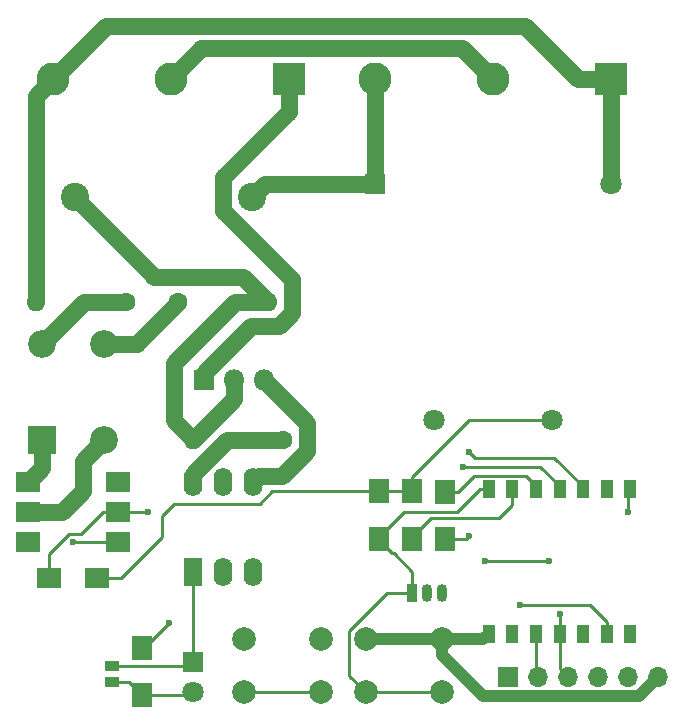
<source format=gtl>
G04 #@! TF.FileFunction,Copper,L1,Top,Signal*
%FSLAX46Y46*%
G04 Gerber Fmt 4.6, Leading zero omitted, Abs format (unit mm)*
G04 Created by KiCad (PCBNEW 4.0.7) date Sun Sep 17 21:26:38 2017*
%MOMM*%
%LPD*%
G01*
G04 APERTURE LIST*
%ADD10C,0.100000*%
%ADD11R,2.000000X1.780000*%
%ADD12R,1.700000X1.700000*%
%ADD13O,1.700000X1.700000*%
%ADD14C,2.800000*%
%ADD15R,2.800000X2.800000*%
%ADD16R,2.350000X2.350000*%
%ADD17C,2.350000*%
%ADD18R,1.800000X1.800000*%
%ADD19C,1.800000*%
%ADD20C,2.400000*%
%ADD21R,1.270000X0.970000*%
%ADD22O,0.900000X1.500000*%
%ADD23R,0.900000X1.500000*%
%ADD24R,1.700000X2.000000*%
%ADD25C,1.600000*%
%ADD26O,1.600000X1.600000*%
%ADD27R,2.000000X1.700000*%
%ADD28C,2.000000*%
%ADD29R,1.000000X1.500000*%
%ADD30R,1.600000X2.400000*%
%ADD31O,1.600000X2.400000*%
%ADD32O,1.800000X1.800000*%
%ADD33C,0.600000*%
%ADD34C,0.250000*%
%ADD35C,1.000000*%
%ADD36C,1.400000*%
%ADD37C,0.254000*%
G04 APERTURE END LIST*
D10*
D11*
X123445000Y-108315000D03*
X131065000Y-113395000D03*
X123445000Y-110855000D03*
X131065000Y-110855000D03*
X123445000Y-113395000D03*
X131065000Y-108315000D03*
D12*
X164085000Y-124825000D03*
D13*
X166625000Y-124825000D03*
X169165000Y-124825000D03*
X171705000Y-124825000D03*
X174245000Y-124825000D03*
X176785000Y-124825000D03*
D14*
X162815000Y-74175000D03*
D15*
X172815000Y-74175000D03*
D14*
X152815000Y-74175000D03*
D16*
X124655000Y-104795000D03*
D17*
X129855000Y-96595000D03*
X129855000Y-104795000D03*
X124655000Y-96595000D03*
D18*
X137415000Y-123555000D03*
D19*
X137415000Y-126095000D03*
D20*
X142375000Y-84185000D03*
X127375000Y-84185000D03*
D14*
X135510000Y-74175000D03*
D15*
X145510000Y-74175000D03*
D14*
X125510000Y-74175000D03*
D21*
X130557000Y-123931000D03*
X130557000Y-125211000D03*
D22*
X157227000Y-117713000D03*
X158497000Y-117713000D03*
D23*
X155957000Y-117713000D03*
D24*
X155957000Y-109109000D03*
X155957000Y-113109000D03*
X153163000Y-113109000D03*
X153163000Y-109109000D03*
X158751000Y-113141000D03*
X158751000Y-109141000D03*
D25*
X136144000Y-93075000D03*
D26*
X143764000Y-93075000D03*
D25*
X131700000Y-93075000D03*
D26*
X124080000Y-93075000D03*
D25*
X145035000Y-104725000D03*
D26*
X137415000Y-104725000D03*
D27*
X129255000Y-116443000D03*
X125255000Y-116443000D03*
D24*
X133097000Y-122349000D03*
X133097000Y-126349000D03*
D28*
X141710000Y-126095000D03*
X141710000Y-121595000D03*
X148210000Y-126095000D03*
X148210000Y-121595000D03*
X152020000Y-126095000D03*
X152020000Y-121595000D03*
X158520000Y-126095000D03*
X158520000Y-121595000D03*
D18*
X152815000Y-83075000D03*
D19*
X172815000Y-83075000D03*
X167815000Y-103075000D03*
X157815000Y-103075000D03*
D29*
X174435500Y-121150000D03*
X172436520Y-121150000D03*
X162439080Y-121150000D03*
X162439080Y-108950000D03*
X164438060Y-108950000D03*
X170435000Y-108950000D03*
X168438560Y-108950000D03*
X172436520Y-108950000D03*
X166439580Y-108950000D03*
X170435000Y-121150000D03*
X164438060Y-121150000D03*
X168438560Y-121150000D03*
X166439580Y-121150000D03*
X174435500Y-108950000D03*
D30*
X137415000Y-115935000D03*
D31*
X142495000Y-108315000D03*
X139955000Y-115935000D03*
X139955000Y-108315000D03*
X142495000Y-115935000D03*
X137415000Y-108315000D03*
D18*
X138303000Y-99695000D03*
D32*
X140843000Y-99695000D03*
X143383000Y-99695000D03*
D33*
X165101000Y-118729000D03*
X174245000Y-110855000D03*
X160783000Y-112887000D03*
X127255000Y-113395000D03*
X168466500Y-119491000D03*
X167514000Y-114982500D03*
X162116500Y-114982500D03*
X160783000Y-105775000D03*
X133605000Y-110855000D03*
X135366001Y-120269999D03*
X160275000Y-107045000D03*
D34*
X148210000Y-126095000D02*
X141710000Y-126095000D01*
X165101000Y-118729000D02*
X171015520Y-118729000D01*
X171015520Y-118729000D02*
X172436520Y-120150000D01*
X172436520Y-120150000D02*
X172436520Y-121150000D01*
X134748000Y-111172500D02*
X134748000Y-113014000D01*
X134748000Y-113014000D02*
X131319000Y-116443000D01*
X131319000Y-116443000D02*
X129255000Y-116443000D01*
X135764000Y-110156500D02*
X134748000Y-111172500D01*
X143068768Y-110156500D02*
X135764000Y-110156500D01*
X153163000Y-109109000D02*
X144116268Y-109109000D01*
X144116268Y-109109000D02*
X143068768Y-110156500D01*
X155957000Y-109109000D02*
X155957000Y-107859000D01*
X155957000Y-107859000D02*
X160741000Y-103075000D01*
X160741000Y-103075000D02*
X167815000Y-103075000D01*
X153163000Y-109109000D02*
X155957000Y-109109000D01*
X174245000Y-110855000D02*
X174245000Y-109140500D01*
X174245000Y-109140500D02*
X174435500Y-108950000D01*
D35*
X158520000Y-121595000D02*
X158520000Y-123009213D01*
X158520000Y-123009213D02*
X161939788Y-126429001D01*
X161939788Y-126429001D02*
X175180999Y-126429001D01*
X175180999Y-126429001D02*
X176785000Y-124825000D01*
X158520000Y-121595000D02*
X152020000Y-121595000D01*
X158520000Y-121595000D02*
X161994080Y-121595000D01*
X161994080Y-121595000D02*
X162439080Y-121150000D01*
D34*
X158751000Y-113141000D02*
X160529000Y-113141000D01*
X160529000Y-113141000D02*
X160783000Y-112887000D01*
X131065000Y-113395000D02*
X127255000Y-113395000D01*
D36*
X143383000Y-99695000D02*
X147035001Y-103347001D01*
X147035001Y-103347001D02*
X147035001Y-105685001D01*
X147035001Y-105685001D02*
X144936012Y-107783990D01*
X144936012Y-107783990D02*
X143026010Y-107783990D01*
X143026010Y-107783990D02*
X142495000Y-108315000D01*
X138303000Y-99695000D02*
X138303000Y-99126998D01*
X138303000Y-99126998D02*
X142354997Y-95075001D01*
X142354997Y-95075001D02*
X144724001Y-95075001D01*
X144724001Y-95075001D02*
X145764001Y-94035001D01*
X145764001Y-94035001D02*
X145764001Y-91126003D01*
X145764001Y-91126003D02*
X139974999Y-85337001D01*
X139974999Y-85337001D02*
X139974999Y-82510001D01*
X139974999Y-82510001D02*
X145510000Y-76975000D01*
X145510000Y-76975000D02*
X145510000Y-74175000D01*
X124655000Y-104795000D02*
X124655000Y-107105000D01*
X124655000Y-107105000D02*
X123445000Y-108315000D01*
X136144000Y-93075000D02*
X132624000Y-96595000D01*
X132624000Y-96595000D02*
X129855000Y-96595000D01*
X129855000Y-104795000D02*
X128114999Y-106535001D01*
X128114999Y-106535001D02*
X128114999Y-109045003D01*
X128114999Y-109045003D02*
X126305002Y-110855000D01*
X126305002Y-110855000D02*
X123445000Y-110855000D01*
X131700000Y-93075000D02*
X128175000Y-93075000D01*
X128175000Y-93075000D02*
X124655000Y-96595000D01*
D34*
X137415000Y-123555000D02*
X137415000Y-115935000D01*
X130557000Y-123931000D02*
X137039000Y-123931000D01*
X137039000Y-123931000D02*
X137415000Y-123555000D01*
X133097000Y-126349000D02*
X137161000Y-126349000D01*
X137161000Y-126349000D02*
X137415000Y-126095000D01*
X130557000Y-125211000D02*
X131959000Y-125211000D01*
X131959000Y-125211000D02*
X133097000Y-126349000D01*
D36*
X152815000Y-83075000D02*
X143485000Y-83075000D01*
X143485000Y-83075000D02*
X142375000Y-84185000D01*
X152815000Y-74175000D02*
X152815000Y-83075000D01*
D34*
X166439580Y-121150000D02*
X166439580Y-124639580D01*
X166439580Y-124639580D02*
X166625000Y-124825000D01*
X168466500Y-119491000D02*
X168466500Y-121122060D01*
X168466500Y-121122060D02*
X168438560Y-121150000D01*
X168438560Y-121150000D02*
X168438560Y-124098560D01*
X168438560Y-124098560D02*
X169165000Y-124825000D01*
D36*
X135510000Y-74175000D02*
X138110001Y-71574999D01*
X160214999Y-71574999D02*
X162815000Y-74175000D01*
X138110001Y-71574999D02*
X160214999Y-71574999D01*
X125510000Y-74175000D02*
X124080000Y-75605000D01*
X124080000Y-75605000D02*
X124080000Y-93075000D01*
X125510000Y-74175000D02*
X130010011Y-69674989D01*
X130010011Y-69674989D02*
X165514989Y-69674989D01*
X165514989Y-69674989D02*
X170015000Y-74175000D01*
X170015000Y-74175000D02*
X172815000Y-74175000D01*
X172815000Y-74175000D02*
X172815000Y-83075000D01*
D34*
X162116500Y-114982500D02*
X167514000Y-114982500D01*
D37*
X162439080Y-108950000D02*
X161685080Y-108950000D01*
X161685080Y-108950000D02*
X159780090Y-110854990D01*
X159780090Y-110854990D02*
X155267010Y-110854990D01*
X155267010Y-110854990D02*
X153163000Y-112959000D01*
X153163000Y-112959000D02*
X153163000Y-113109000D01*
X155957000Y-117713000D02*
X153858118Y-117713000D01*
X153858118Y-117713000D02*
X150638999Y-120932119D01*
X150638999Y-124713999D02*
X152020000Y-126095000D01*
X150638999Y-120932119D02*
X150638999Y-124713999D01*
D34*
X155957000Y-117713000D02*
X155957000Y-115903000D01*
X154413000Y-114359000D02*
X154263000Y-114359000D01*
X155957000Y-115903000D02*
X154413000Y-114359000D01*
X153163000Y-113259000D02*
X153163000Y-113109000D01*
X154263000Y-114359000D02*
X153163000Y-113259000D01*
X152020000Y-126095000D02*
X158520000Y-126095000D01*
D37*
X163323000Y-111363000D02*
X164438060Y-110247940D01*
X164438060Y-110247940D02*
X164438060Y-108950000D01*
X157553000Y-111363000D02*
X163323000Y-111363000D01*
X155957000Y-112959000D02*
X157553000Y-111363000D01*
D34*
X155957000Y-113109000D02*
X155957000Y-112959000D01*
D37*
X158751000Y-109141000D02*
X159855000Y-109141000D01*
X159855000Y-109141000D02*
X161177001Y-107818999D01*
X161177001Y-107818999D02*
X165558579Y-107818999D01*
X165558579Y-107818999D02*
X166439580Y-108700000D01*
X166439580Y-108700000D02*
X166439580Y-108950000D01*
D36*
X140316559Y-104725000D02*
X137415000Y-107626559D01*
X145035000Y-104725000D02*
X140316559Y-104725000D01*
X137415000Y-107626559D02*
X137415000Y-108315000D01*
D37*
X131065000Y-110855000D02*
X129811000Y-110855000D01*
X129811000Y-110855000D02*
X127952001Y-112713999D01*
X127952001Y-112713999D02*
X126928119Y-112713999D01*
X126928119Y-112713999D02*
X125255000Y-114387118D01*
X125255000Y-114387118D02*
X125255000Y-116443000D01*
D34*
X167984891Y-106249891D02*
X161257891Y-106249891D01*
X161257891Y-106249891D02*
X160783000Y-105775000D01*
X167984891Y-106249891D02*
X170435000Y-108700000D01*
X170435000Y-108700000D02*
X170435000Y-108950000D01*
X131065000Y-110855000D02*
X133605000Y-110855000D01*
D37*
X166783560Y-107045000D02*
X160275000Y-107045000D01*
D34*
X133097000Y-122349000D02*
X133097000Y-122499000D01*
X135366001Y-120269999D02*
X133287000Y-122349000D01*
X133287000Y-122349000D02*
X133097000Y-122349000D01*
X168438560Y-108950000D02*
X168438560Y-108700000D01*
X168438560Y-108700000D02*
X166783560Y-107045000D01*
X170435000Y-120959500D02*
X170244500Y-121150000D01*
X164085000Y-120987440D02*
X164247560Y-121150000D01*
D36*
X127375000Y-84185000D02*
X134143999Y-90953999D01*
X134143999Y-90953999D02*
X141642999Y-90953999D01*
X141642999Y-90953999D02*
X143764000Y-93075000D01*
X137415000Y-104725000D02*
X135763000Y-103073000D01*
X135763000Y-103073000D02*
X135763000Y-98274998D01*
X142632630Y-93075000D02*
X143764000Y-93075000D01*
X135763000Y-98274998D02*
X140962998Y-93075000D01*
X140962998Y-93075000D02*
X142632630Y-93075000D01*
X140843000Y-99695000D02*
X140843000Y-101297000D01*
X140843000Y-101297000D02*
X137415000Y-104725000D01*
X127375000Y-84185000D02*
X127375000Y-84305000D01*
M02*

</source>
